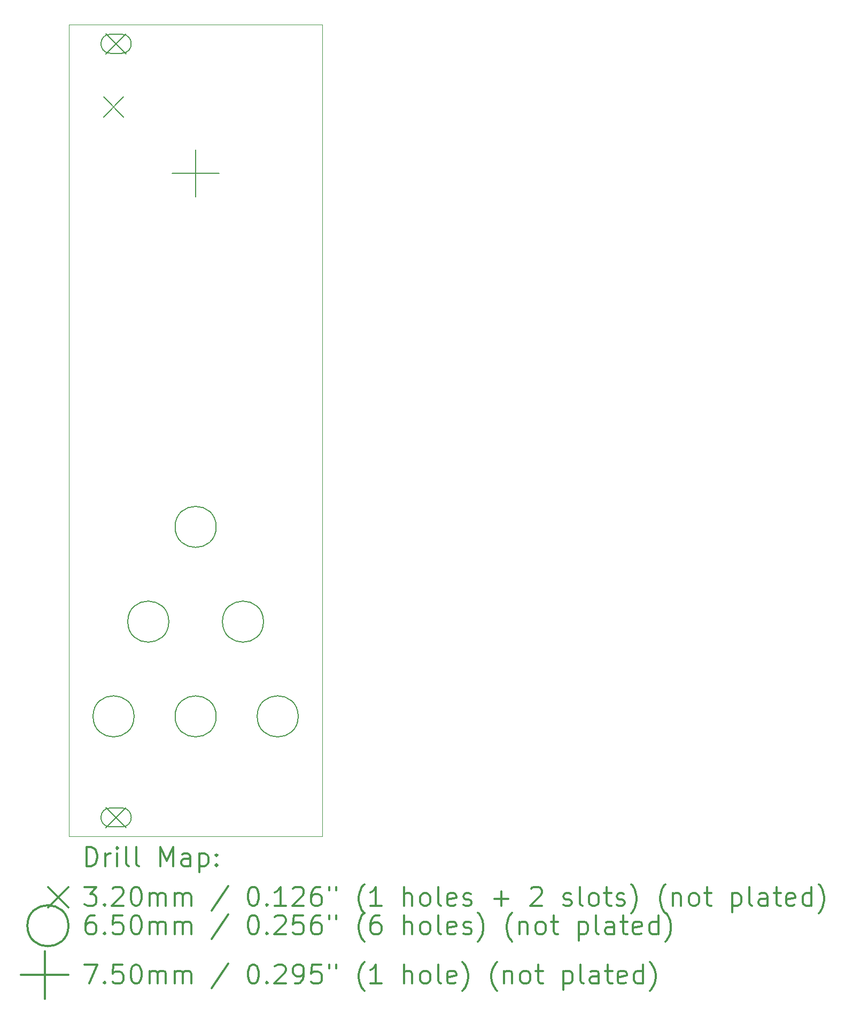
<source format=gbr>
%FSLAX45Y45*%
G04 Gerber Fmt 4.5, Leading zero omitted, Abs format (unit mm)*
G04 Created by KiCad (PCBNEW (5.0.0-rc2)) date Wed Jul  8 18:56:37 2020*
%MOMM*%
%LPD*%
G01*
G04 APERTURE LIST*
%ADD10C,0.100000*%
%ADD11C,0.200000*%
%ADD12C,0.300000*%
G04 APERTURE END LIST*
D10*
X0Y0D02*
X0Y0D01*
X0Y12850000D02*
X0Y0D01*
X4020000Y12850000D02*
X0Y12850000D01*
X4020000Y0D02*
X4020000Y12850000D01*
X0Y0D02*
X4020000Y0D01*
D11*
X550000Y11710000D02*
X870000Y11390000D01*
X870000Y11710000D02*
X550000Y11390000D01*
X590000Y12710000D02*
X910000Y12390000D01*
X910000Y12710000D02*
X590000Y12390000D01*
X660000Y12400000D02*
X840000Y12400000D01*
X660000Y12700000D02*
X840000Y12700000D01*
X840000Y12400000D02*
G75*
G03X840000Y12700000I0J150000D01*
G01*
X660000Y12700000D02*
G75*
G03X660000Y12400000I0J-150000D01*
G01*
X590000Y460000D02*
X910000Y140000D01*
X910000Y460000D02*
X590000Y140000D01*
X660000Y150000D02*
X840000Y150000D01*
X660000Y450000D02*
X840000Y450000D01*
X840000Y150000D02*
G75*
G03X840000Y450000I0J150000D01*
G01*
X660000Y450000D02*
G75*
G03X660000Y150000I0J-150000D01*
G01*
X1585000Y3400000D02*
G75*
G03X1585000Y3400000I-325000J0D01*
G01*
X2335000Y4900000D02*
G75*
G03X2335000Y4900000I-325000J0D01*
G01*
X3635000Y1900000D02*
G75*
G03X3635000Y1900000I-325000J0D01*
G01*
X3085000Y3400000D02*
G75*
G03X3085000Y3400000I-325000J0D01*
G01*
X2335000Y1900000D02*
G75*
G03X2335000Y1900000I-325000J0D01*
G01*
X1035000Y1900000D02*
G75*
G03X1035000Y1900000I-325000J0D01*
G01*
X2010000Y10875000D02*
X2010000Y10125000D01*
X1635000Y10500000D02*
X2385000Y10500000D01*
D12*
X281428Y-470714D02*
X281428Y-170714D01*
X352857Y-170714D01*
X395714Y-185000D01*
X424286Y-213571D01*
X438571Y-242143D01*
X452857Y-299286D01*
X452857Y-342143D01*
X438571Y-399286D01*
X424286Y-427857D01*
X395714Y-456429D01*
X352857Y-470714D01*
X281428Y-470714D01*
X581428Y-470714D02*
X581428Y-270714D01*
X581428Y-327857D02*
X595714Y-299286D01*
X610000Y-285000D01*
X638571Y-270714D01*
X667143Y-270714D01*
X767143Y-470714D02*
X767143Y-270714D01*
X767143Y-170714D02*
X752857Y-185000D01*
X767143Y-199286D01*
X781428Y-185000D01*
X767143Y-170714D01*
X767143Y-199286D01*
X952857Y-470714D02*
X924286Y-456429D01*
X910000Y-427857D01*
X910000Y-170714D01*
X1110000Y-470714D02*
X1081428Y-456429D01*
X1067143Y-427857D01*
X1067143Y-170714D01*
X1452857Y-470714D02*
X1452857Y-170714D01*
X1552857Y-385000D01*
X1652857Y-170714D01*
X1652857Y-470714D01*
X1924286Y-470714D02*
X1924286Y-313572D01*
X1910000Y-285000D01*
X1881428Y-270714D01*
X1824286Y-270714D01*
X1795714Y-285000D01*
X1924286Y-456429D02*
X1895714Y-470714D01*
X1824286Y-470714D01*
X1795714Y-456429D01*
X1781428Y-427857D01*
X1781428Y-399286D01*
X1795714Y-370714D01*
X1824286Y-356429D01*
X1895714Y-356429D01*
X1924286Y-342143D01*
X2067143Y-270714D02*
X2067143Y-570714D01*
X2067143Y-285000D02*
X2095714Y-270714D01*
X2152857Y-270714D01*
X2181428Y-285000D01*
X2195714Y-299286D01*
X2210000Y-327857D01*
X2210000Y-413571D01*
X2195714Y-442143D01*
X2181428Y-456429D01*
X2152857Y-470714D01*
X2095714Y-470714D01*
X2067143Y-456429D01*
X2338571Y-442143D02*
X2352857Y-456429D01*
X2338571Y-470714D01*
X2324286Y-456429D01*
X2338571Y-442143D01*
X2338571Y-470714D01*
X2338571Y-285000D02*
X2352857Y-299286D01*
X2338571Y-313572D01*
X2324286Y-299286D01*
X2338571Y-285000D01*
X2338571Y-313572D01*
X-325000Y-805000D02*
X-5000Y-1125000D01*
X-5000Y-805000D02*
X-325000Y-1125000D01*
X252857Y-800714D02*
X438571Y-800714D01*
X338571Y-915000D01*
X381428Y-915000D01*
X410000Y-929286D01*
X424286Y-943571D01*
X438571Y-972143D01*
X438571Y-1043571D01*
X424286Y-1072143D01*
X410000Y-1086429D01*
X381428Y-1100714D01*
X295714Y-1100714D01*
X267143Y-1086429D01*
X252857Y-1072143D01*
X567143Y-1072143D02*
X581428Y-1086429D01*
X567143Y-1100714D01*
X552857Y-1086429D01*
X567143Y-1072143D01*
X567143Y-1100714D01*
X695714Y-829286D02*
X710000Y-815000D01*
X738571Y-800714D01*
X810000Y-800714D01*
X838571Y-815000D01*
X852857Y-829286D01*
X867143Y-857857D01*
X867143Y-886429D01*
X852857Y-929286D01*
X681428Y-1100714D01*
X867143Y-1100714D01*
X1052857Y-800714D02*
X1081428Y-800714D01*
X1110000Y-815000D01*
X1124286Y-829286D01*
X1138571Y-857857D01*
X1152857Y-915000D01*
X1152857Y-986429D01*
X1138571Y-1043571D01*
X1124286Y-1072143D01*
X1110000Y-1086429D01*
X1081428Y-1100714D01*
X1052857Y-1100714D01*
X1024286Y-1086429D01*
X1010000Y-1072143D01*
X995714Y-1043571D01*
X981428Y-986429D01*
X981428Y-915000D01*
X995714Y-857857D01*
X1010000Y-829286D01*
X1024286Y-815000D01*
X1052857Y-800714D01*
X1281428Y-1100714D02*
X1281428Y-900714D01*
X1281428Y-929286D02*
X1295714Y-915000D01*
X1324286Y-900714D01*
X1367143Y-900714D01*
X1395714Y-915000D01*
X1410000Y-943571D01*
X1410000Y-1100714D01*
X1410000Y-943571D02*
X1424286Y-915000D01*
X1452857Y-900714D01*
X1495714Y-900714D01*
X1524286Y-915000D01*
X1538571Y-943571D01*
X1538571Y-1100714D01*
X1681428Y-1100714D02*
X1681428Y-900714D01*
X1681428Y-929286D02*
X1695714Y-915000D01*
X1724286Y-900714D01*
X1767143Y-900714D01*
X1795714Y-915000D01*
X1810000Y-943571D01*
X1810000Y-1100714D01*
X1810000Y-943571D02*
X1824286Y-915000D01*
X1852857Y-900714D01*
X1895714Y-900714D01*
X1924286Y-915000D01*
X1938571Y-943571D01*
X1938571Y-1100714D01*
X2524286Y-786429D02*
X2267143Y-1172143D01*
X2910000Y-800714D02*
X2938571Y-800714D01*
X2967143Y-815000D01*
X2981428Y-829286D01*
X2995714Y-857857D01*
X3010000Y-915000D01*
X3010000Y-986429D01*
X2995714Y-1043571D01*
X2981428Y-1072143D01*
X2967143Y-1086429D01*
X2938571Y-1100714D01*
X2910000Y-1100714D01*
X2881428Y-1086429D01*
X2867143Y-1072143D01*
X2852857Y-1043571D01*
X2838571Y-986429D01*
X2838571Y-915000D01*
X2852857Y-857857D01*
X2867143Y-829286D01*
X2881428Y-815000D01*
X2910000Y-800714D01*
X3138571Y-1072143D02*
X3152857Y-1086429D01*
X3138571Y-1100714D01*
X3124286Y-1086429D01*
X3138571Y-1072143D01*
X3138571Y-1100714D01*
X3438571Y-1100714D02*
X3267143Y-1100714D01*
X3352857Y-1100714D02*
X3352857Y-800714D01*
X3324286Y-843571D01*
X3295714Y-872143D01*
X3267143Y-886429D01*
X3552857Y-829286D02*
X3567143Y-815000D01*
X3595714Y-800714D01*
X3667143Y-800714D01*
X3695714Y-815000D01*
X3710000Y-829286D01*
X3724286Y-857857D01*
X3724286Y-886429D01*
X3710000Y-929286D01*
X3538571Y-1100714D01*
X3724286Y-1100714D01*
X3981428Y-800714D02*
X3924286Y-800714D01*
X3895714Y-815000D01*
X3881428Y-829286D01*
X3852857Y-872143D01*
X3838571Y-929286D01*
X3838571Y-1043571D01*
X3852857Y-1072143D01*
X3867143Y-1086429D01*
X3895714Y-1100714D01*
X3952857Y-1100714D01*
X3981428Y-1086429D01*
X3995714Y-1072143D01*
X4010000Y-1043571D01*
X4010000Y-972143D01*
X3995714Y-943571D01*
X3981428Y-929286D01*
X3952857Y-915000D01*
X3895714Y-915000D01*
X3867143Y-929286D01*
X3852857Y-943571D01*
X3838571Y-972143D01*
X4124286Y-800714D02*
X4124286Y-857857D01*
X4238571Y-800714D02*
X4238571Y-857857D01*
X4681428Y-1215000D02*
X4667143Y-1200714D01*
X4638571Y-1157857D01*
X4624286Y-1129286D01*
X4610000Y-1086429D01*
X4595714Y-1015000D01*
X4595714Y-957857D01*
X4610000Y-886429D01*
X4624286Y-843571D01*
X4638571Y-815000D01*
X4667143Y-772143D01*
X4681428Y-757857D01*
X4952857Y-1100714D02*
X4781428Y-1100714D01*
X4867143Y-1100714D02*
X4867143Y-800714D01*
X4838571Y-843571D01*
X4810000Y-872143D01*
X4781428Y-886429D01*
X5310000Y-1100714D02*
X5310000Y-800714D01*
X5438571Y-1100714D02*
X5438571Y-943571D01*
X5424286Y-915000D01*
X5395714Y-900714D01*
X5352857Y-900714D01*
X5324286Y-915000D01*
X5310000Y-929286D01*
X5624286Y-1100714D02*
X5595714Y-1086429D01*
X5581428Y-1072143D01*
X5567143Y-1043571D01*
X5567143Y-957857D01*
X5581428Y-929286D01*
X5595714Y-915000D01*
X5624286Y-900714D01*
X5667143Y-900714D01*
X5695714Y-915000D01*
X5710000Y-929286D01*
X5724286Y-957857D01*
X5724286Y-1043571D01*
X5710000Y-1072143D01*
X5695714Y-1086429D01*
X5667143Y-1100714D01*
X5624286Y-1100714D01*
X5895714Y-1100714D02*
X5867143Y-1086429D01*
X5852857Y-1057857D01*
X5852857Y-800714D01*
X6124286Y-1086429D02*
X6095714Y-1100714D01*
X6038571Y-1100714D01*
X6010000Y-1086429D01*
X5995714Y-1057857D01*
X5995714Y-943571D01*
X6010000Y-915000D01*
X6038571Y-900714D01*
X6095714Y-900714D01*
X6124286Y-915000D01*
X6138571Y-943571D01*
X6138571Y-972143D01*
X5995714Y-1000714D01*
X6252857Y-1086429D02*
X6281428Y-1100714D01*
X6338571Y-1100714D01*
X6367143Y-1086429D01*
X6381428Y-1057857D01*
X6381428Y-1043571D01*
X6367143Y-1015000D01*
X6338571Y-1000714D01*
X6295714Y-1000714D01*
X6267143Y-986429D01*
X6252857Y-957857D01*
X6252857Y-943571D01*
X6267143Y-915000D01*
X6295714Y-900714D01*
X6338571Y-900714D01*
X6367143Y-915000D01*
X6738571Y-986429D02*
X6967143Y-986429D01*
X6852857Y-1100714D02*
X6852857Y-872143D01*
X7324286Y-829286D02*
X7338571Y-815000D01*
X7367143Y-800714D01*
X7438571Y-800714D01*
X7467143Y-815000D01*
X7481428Y-829286D01*
X7495714Y-857857D01*
X7495714Y-886429D01*
X7481428Y-929286D01*
X7310000Y-1100714D01*
X7495714Y-1100714D01*
X7838571Y-1086429D02*
X7867143Y-1100714D01*
X7924286Y-1100714D01*
X7952857Y-1086429D01*
X7967143Y-1057857D01*
X7967143Y-1043571D01*
X7952857Y-1015000D01*
X7924286Y-1000714D01*
X7881428Y-1000714D01*
X7852857Y-986429D01*
X7838571Y-957857D01*
X7838571Y-943571D01*
X7852857Y-915000D01*
X7881428Y-900714D01*
X7924286Y-900714D01*
X7952857Y-915000D01*
X8138571Y-1100714D02*
X8110000Y-1086429D01*
X8095714Y-1057857D01*
X8095714Y-800714D01*
X8295714Y-1100714D02*
X8267143Y-1086429D01*
X8252857Y-1072143D01*
X8238571Y-1043571D01*
X8238571Y-957857D01*
X8252857Y-929286D01*
X8267143Y-915000D01*
X8295714Y-900714D01*
X8338571Y-900714D01*
X8367143Y-915000D01*
X8381428Y-929286D01*
X8395714Y-957857D01*
X8395714Y-1043571D01*
X8381428Y-1072143D01*
X8367143Y-1086429D01*
X8338571Y-1100714D01*
X8295714Y-1100714D01*
X8481428Y-900714D02*
X8595714Y-900714D01*
X8524286Y-800714D02*
X8524286Y-1057857D01*
X8538571Y-1086429D01*
X8567143Y-1100714D01*
X8595714Y-1100714D01*
X8681428Y-1086429D02*
X8710000Y-1100714D01*
X8767143Y-1100714D01*
X8795714Y-1086429D01*
X8810000Y-1057857D01*
X8810000Y-1043571D01*
X8795714Y-1015000D01*
X8767143Y-1000714D01*
X8724286Y-1000714D01*
X8695714Y-986429D01*
X8681428Y-957857D01*
X8681428Y-943571D01*
X8695714Y-915000D01*
X8724286Y-900714D01*
X8767143Y-900714D01*
X8795714Y-915000D01*
X8910000Y-1215000D02*
X8924286Y-1200714D01*
X8952857Y-1157857D01*
X8967143Y-1129286D01*
X8981428Y-1086429D01*
X8995714Y-1015000D01*
X8995714Y-957857D01*
X8981428Y-886429D01*
X8967143Y-843571D01*
X8952857Y-815000D01*
X8924286Y-772143D01*
X8910000Y-757857D01*
X9452857Y-1215000D02*
X9438571Y-1200714D01*
X9410000Y-1157857D01*
X9395714Y-1129286D01*
X9381428Y-1086429D01*
X9367143Y-1015000D01*
X9367143Y-957857D01*
X9381428Y-886429D01*
X9395714Y-843571D01*
X9410000Y-815000D01*
X9438571Y-772143D01*
X9452857Y-757857D01*
X9567143Y-900714D02*
X9567143Y-1100714D01*
X9567143Y-929286D02*
X9581428Y-915000D01*
X9610000Y-900714D01*
X9652857Y-900714D01*
X9681428Y-915000D01*
X9695714Y-943571D01*
X9695714Y-1100714D01*
X9881428Y-1100714D02*
X9852857Y-1086429D01*
X9838571Y-1072143D01*
X9824286Y-1043571D01*
X9824286Y-957857D01*
X9838571Y-929286D01*
X9852857Y-915000D01*
X9881428Y-900714D01*
X9924286Y-900714D01*
X9952857Y-915000D01*
X9967143Y-929286D01*
X9981428Y-957857D01*
X9981428Y-1043571D01*
X9967143Y-1072143D01*
X9952857Y-1086429D01*
X9924286Y-1100714D01*
X9881428Y-1100714D01*
X10067143Y-900714D02*
X10181428Y-900714D01*
X10110000Y-800714D02*
X10110000Y-1057857D01*
X10124286Y-1086429D01*
X10152857Y-1100714D01*
X10181428Y-1100714D01*
X10510000Y-900714D02*
X10510000Y-1200714D01*
X10510000Y-915000D02*
X10538571Y-900714D01*
X10595714Y-900714D01*
X10624286Y-915000D01*
X10638571Y-929286D01*
X10652857Y-957857D01*
X10652857Y-1043571D01*
X10638571Y-1072143D01*
X10624286Y-1086429D01*
X10595714Y-1100714D01*
X10538571Y-1100714D01*
X10510000Y-1086429D01*
X10824286Y-1100714D02*
X10795714Y-1086429D01*
X10781428Y-1057857D01*
X10781428Y-800714D01*
X11067143Y-1100714D02*
X11067143Y-943571D01*
X11052857Y-915000D01*
X11024286Y-900714D01*
X10967143Y-900714D01*
X10938571Y-915000D01*
X11067143Y-1086429D02*
X11038571Y-1100714D01*
X10967143Y-1100714D01*
X10938571Y-1086429D01*
X10924286Y-1057857D01*
X10924286Y-1029286D01*
X10938571Y-1000714D01*
X10967143Y-986429D01*
X11038571Y-986429D01*
X11067143Y-972143D01*
X11167143Y-900714D02*
X11281428Y-900714D01*
X11210000Y-800714D02*
X11210000Y-1057857D01*
X11224286Y-1086429D01*
X11252857Y-1100714D01*
X11281428Y-1100714D01*
X11495714Y-1086429D02*
X11467143Y-1100714D01*
X11410000Y-1100714D01*
X11381428Y-1086429D01*
X11367143Y-1057857D01*
X11367143Y-943571D01*
X11381428Y-915000D01*
X11410000Y-900714D01*
X11467143Y-900714D01*
X11495714Y-915000D01*
X11510000Y-943571D01*
X11510000Y-972143D01*
X11367143Y-1000714D01*
X11767143Y-1100714D02*
X11767143Y-800714D01*
X11767143Y-1086429D02*
X11738571Y-1100714D01*
X11681428Y-1100714D01*
X11652857Y-1086429D01*
X11638571Y-1072143D01*
X11624286Y-1043571D01*
X11624286Y-957857D01*
X11638571Y-929286D01*
X11652857Y-915000D01*
X11681428Y-900714D01*
X11738571Y-900714D01*
X11767143Y-915000D01*
X11881428Y-1215000D02*
X11895714Y-1200714D01*
X11924286Y-1157857D01*
X11938571Y-1129286D01*
X11952857Y-1086429D01*
X11967143Y-1015000D01*
X11967143Y-957857D01*
X11952857Y-886429D01*
X11938571Y-843571D01*
X11924286Y-815000D01*
X11895714Y-772143D01*
X11881428Y-757857D01*
X-5000Y-1415000D02*
G75*
G03X-5000Y-1415000I-325000J0D01*
G01*
X410000Y-1250714D02*
X352857Y-1250714D01*
X324286Y-1265000D01*
X310000Y-1279286D01*
X281428Y-1322143D01*
X267143Y-1379286D01*
X267143Y-1493571D01*
X281428Y-1522143D01*
X295714Y-1536429D01*
X324286Y-1550714D01*
X381428Y-1550714D01*
X410000Y-1536429D01*
X424286Y-1522143D01*
X438571Y-1493571D01*
X438571Y-1422143D01*
X424286Y-1393572D01*
X410000Y-1379286D01*
X381428Y-1365000D01*
X324286Y-1365000D01*
X295714Y-1379286D01*
X281428Y-1393572D01*
X267143Y-1422143D01*
X567143Y-1522143D02*
X581428Y-1536429D01*
X567143Y-1550714D01*
X552857Y-1536429D01*
X567143Y-1522143D01*
X567143Y-1550714D01*
X852857Y-1250714D02*
X710000Y-1250714D01*
X695714Y-1393572D01*
X710000Y-1379286D01*
X738571Y-1365000D01*
X810000Y-1365000D01*
X838571Y-1379286D01*
X852857Y-1393572D01*
X867143Y-1422143D01*
X867143Y-1493571D01*
X852857Y-1522143D01*
X838571Y-1536429D01*
X810000Y-1550714D01*
X738571Y-1550714D01*
X710000Y-1536429D01*
X695714Y-1522143D01*
X1052857Y-1250714D02*
X1081428Y-1250714D01*
X1110000Y-1265000D01*
X1124286Y-1279286D01*
X1138571Y-1307857D01*
X1152857Y-1365000D01*
X1152857Y-1436429D01*
X1138571Y-1493571D01*
X1124286Y-1522143D01*
X1110000Y-1536429D01*
X1081428Y-1550714D01*
X1052857Y-1550714D01*
X1024286Y-1536429D01*
X1010000Y-1522143D01*
X995714Y-1493571D01*
X981428Y-1436429D01*
X981428Y-1365000D01*
X995714Y-1307857D01*
X1010000Y-1279286D01*
X1024286Y-1265000D01*
X1052857Y-1250714D01*
X1281428Y-1550714D02*
X1281428Y-1350714D01*
X1281428Y-1379286D02*
X1295714Y-1365000D01*
X1324286Y-1350714D01*
X1367143Y-1350714D01*
X1395714Y-1365000D01*
X1410000Y-1393572D01*
X1410000Y-1550714D01*
X1410000Y-1393572D02*
X1424286Y-1365000D01*
X1452857Y-1350714D01*
X1495714Y-1350714D01*
X1524286Y-1365000D01*
X1538571Y-1393572D01*
X1538571Y-1550714D01*
X1681428Y-1550714D02*
X1681428Y-1350714D01*
X1681428Y-1379286D02*
X1695714Y-1365000D01*
X1724286Y-1350714D01*
X1767143Y-1350714D01*
X1795714Y-1365000D01*
X1810000Y-1393572D01*
X1810000Y-1550714D01*
X1810000Y-1393572D02*
X1824286Y-1365000D01*
X1852857Y-1350714D01*
X1895714Y-1350714D01*
X1924286Y-1365000D01*
X1938571Y-1393572D01*
X1938571Y-1550714D01*
X2524286Y-1236429D02*
X2267143Y-1622143D01*
X2910000Y-1250714D02*
X2938571Y-1250714D01*
X2967143Y-1265000D01*
X2981428Y-1279286D01*
X2995714Y-1307857D01*
X3010000Y-1365000D01*
X3010000Y-1436429D01*
X2995714Y-1493571D01*
X2981428Y-1522143D01*
X2967143Y-1536429D01*
X2938571Y-1550714D01*
X2910000Y-1550714D01*
X2881428Y-1536429D01*
X2867143Y-1522143D01*
X2852857Y-1493571D01*
X2838571Y-1436429D01*
X2838571Y-1365000D01*
X2852857Y-1307857D01*
X2867143Y-1279286D01*
X2881428Y-1265000D01*
X2910000Y-1250714D01*
X3138571Y-1522143D02*
X3152857Y-1536429D01*
X3138571Y-1550714D01*
X3124286Y-1536429D01*
X3138571Y-1522143D01*
X3138571Y-1550714D01*
X3267143Y-1279286D02*
X3281428Y-1265000D01*
X3310000Y-1250714D01*
X3381428Y-1250714D01*
X3410000Y-1265000D01*
X3424286Y-1279286D01*
X3438571Y-1307857D01*
X3438571Y-1336429D01*
X3424286Y-1379286D01*
X3252857Y-1550714D01*
X3438571Y-1550714D01*
X3710000Y-1250714D02*
X3567143Y-1250714D01*
X3552857Y-1393572D01*
X3567143Y-1379286D01*
X3595714Y-1365000D01*
X3667143Y-1365000D01*
X3695714Y-1379286D01*
X3710000Y-1393572D01*
X3724286Y-1422143D01*
X3724286Y-1493571D01*
X3710000Y-1522143D01*
X3695714Y-1536429D01*
X3667143Y-1550714D01*
X3595714Y-1550714D01*
X3567143Y-1536429D01*
X3552857Y-1522143D01*
X3981428Y-1250714D02*
X3924286Y-1250714D01*
X3895714Y-1265000D01*
X3881428Y-1279286D01*
X3852857Y-1322143D01*
X3838571Y-1379286D01*
X3838571Y-1493571D01*
X3852857Y-1522143D01*
X3867143Y-1536429D01*
X3895714Y-1550714D01*
X3952857Y-1550714D01*
X3981428Y-1536429D01*
X3995714Y-1522143D01*
X4010000Y-1493571D01*
X4010000Y-1422143D01*
X3995714Y-1393572D01*
X3981428Y-1379286D01*
X3952857Y-1365000D01*
X3895714Y-1365000D01*
X3867143Y-1379286D01*
X3852857Y-1393572D01*
X3838571Y-1422143D01*
X4124286Y-1250714D02*
X4124286Y-1307857D01*
X4238571Y-1250714D02*
X4238571Y-1307857D01*
X4681428Y-1665000D02*
X4667143Y-1650714D01*
X4638571Y-1607857D01*
X4624286Y-1579286D01*
X4610000Y-1536429D01*
X4595714Y-1465000D01*
X4595714Y-1407857D01*
X4610000Y-1336429D01*
X4624286Y-1293572D01*
X4638571Y-1265000D01*
X4667143Y-1222143D01*
X4681428Y-1207857D01*
X4924286Y-1250714D02*
X4867143Y-1250714D01*
X4838571Y-1265000D01*
X4824286Y-1279286D01*
X4795714Y-1322143D01*
X4781428Y-1379286D01*
X4781428Y-1493571D01*
X4795714Y-1522143D01*
X4810000Y-1536429D01*
X4838571Y-1550714D01*
X4895714Y-1550714D01*
X4924286Y-1536429D01*
X4938571Y-1522143D01*
X4952857Y-1493571D01*
X4952857Y-1422143D01*
X4938571Y-1393572D01*
X4924286Y-1379286D01*
X4895714Y-1365000D01*
X4838571Y-1365000D01*
X4810000Y-1379286D01*
X4795714Y-1393572D01*
X4781428Y-1422143D01*
X5310000Y-1550714D02*
X5310000Y-1250714D01*
X5438571Y-1550714D02*
X5438571Y-1393572D01*
X5424286Y-1365000D01*
X5395714Y-1350714D01*
X5352857Y-1350714D01*
X5324286Y-1365000D01*
X5310000Y-1379286D01*
X5624286Y-1550714D02*
X5595714Y-1536429D01*
X5581428Y-1522143D01*
X5567143Y-1493571D01*
X5567143Y-1407857D01*
X5581428Y-1379286D01*
X5595714Y-1365000D01*
X5624286Y-1350714D01*
X5667143Y-1350714D01*
X5695714Y-1365000D01*
X5710000Y-1379286D01*
X5724286Y-1407857D01*
X5724286Y-1493571D01*
X5710000Y-1522143D01*
X5695714Y-1536429D01*
X5667143Y-1550714D01*
X5624286Y-1550714D01*
X5895714Y-1550714D02*
X5867143Y-1536429D01*
X5852857Y-1507857D01*
X5852857Y-1250714D01*
X6124286Y-1536429D02*
X6095714Y-1550714D01*
X6038571Y-1550714D01*
X6010000Y-1536429D01*
X5995714Y-1507857D01*
X5995714Y-1393572D01*
X6010000Y-1365000D01*
X6038571Y-1350714D01*
X6095714Y-1350714D01*
X6124286Y-1365000D01*
X6138571Y-1393572D01*
X6138571Y-1422143D01*
X5995714Y-1450714D01*
X6252857Y-1536429D02*
X6281428Y-1550714D01*
X6338571Y-1550714D01*
X6367143Y-1536429D01*
X6381428Y-1507857D01*
X6381428Y-1493571D01*
X6367143Y-1465000D01*
X6338571Y-1450714D01*
X6295714Y-1450714D01*
X6267143Y-1436429D01*
X6252857Y-1407857D01*
X6252857Y-1393572D01*
X6267143Y-1365000D01*
X6295714Y-1350714D01*
X6338571Y-1350714D01*
X6367143Y-1365000D01*
X6481428Y-1665000D02*
X6495714Y-1650714D01*
X6524286Y-1607857D01*
X6538571Y-1579286D01*
X6552857Y-1536429D01*
X6567143Y-1465000D01*
X6567143Y-1407857D01*
X6552857Y-1336429D01*
X6538571Y-1293572D01*
X6524286Y-1265000D01*
X6495714Y-1222143D01*
X6481428Y-1207857D01*
X7024286Y-1665000D02*
X7010000Y-1650714D01*
X6981428Y-1607857D01*
X6967143Y-1579286D01*
X6952857Y-1536429D01*
X6938571Y-1465000D01*
X6938571Y-1407857D01*
X6952857Y-1336429D01*
X6967143Y-1293572D01*
X6981428Y-1265000D01*
X7010000Y-1222143D01*
X7024286Y-1207857D01*
X7138571Y-1350714D02*
X7138571Y-1550714D01*
X7138571Y-1379286D02*
X7152857Y-1365000D01*
X7181428Y-1350714D01*
X7224286Y-1350714D01*
X7252857Y-1365000D01*
X7267143Y-1393572D01*
X7267143Y-1550714D01*
X7452857Y-1550714D02*
X7424286Y-1536429D01*
X7410000Y-1522143D01*
X7395714Y-1493571D01*
X7395714Y-1407857D01*
X7410000Y-1379286D01*
X7424286Y-1365000D01*
X7452857Y-1350714D01*
X7495714Y-1350714D01*
X7524286Y-1365000D01*
X7538571Y-1379286D01*
X7552857Y-1407857D01*
X7552857Y-1493571D01*
X7538571Y-1522143D01*
X7524286Y-1536429D01*
X7495714Y-1550714D01*
X7452857Y-1550714D01*
X7638571Y-1350714D02*
X7752857Y-1350714D01*
X7681428Y-1250714D02*
X7681428Y-1507857D01*
X7695714Y-1536429D01*
X7724286Y-1550714D01*
X7752857Y-1550714D01*
X8081428Y-1350714D02*
X8081428Y-1650714D01*
X8081428Y-1365000D02*
X8110000Y-1350714D01*
X8167143Y-1350714D01*
X8195714Y-1365000D01*
X8210000Y-1379286D01*
X8224286Y-1407857D01*
X8224286Y-1493571D01*
X8210000Y-1522143D01*
X8195714Y-1536429D01*
X8167143Y-1550714D01*
X8110000Y-1550714D01*
X8081428Y-1536429D01*
X8395714Y-1550714D02*
X8367143Y-1536429D01*
X8352857Y-1507857D01*
X8352857Y-1250714D01*
X8638571Y-1550714D02*
X8638571Y-1393572D01*
X8624286Y-1365000D01*
X8595714Y-1350714D01*
X8538571Y-1350714D01*
X8510000Y-1365000D01*
X8638571Y-1536429D02*
X8610000Y-1550714D01*
X8538571Y-1550714D01*
X8510000Y-1536429D01*
X8495714Y-1507857D01*
X8495714Y-1479286D01*
X8510000Y-1450714D01*
X8538571Y-1436429D01*
X8610000Y-1436429D01*
X8638571Y-1422143D01*
X8738571Y-1350714D02*
X8852857Y-1350714D01*
X8781428Y-1250714D02*
X8781428Y-1507857D01*
X8795714Y-1536429D01*
X8824286Y-1550714D01*
X8852857Y-1550714D01*
X9067143Y-1536429D02*
X9038571Y-1550714D01*
X8981428Y-1550714D01*
X8952857Y-1536429D01*
X8938571Y-1507857D01*
X8938571Y-1393572D01*
X8952857Y-1365000D01*
X8981428Y-1350714D01*
X9038571Y-1350714D01*
X9067143Y-1365000D01*
X9081428Y-1393572D01*
X9081428Y-1422143D01*
X8938571Y-1450714D01*
X9338571Y-1550714D02*
X9338571Y-1250714D01*
X9338571Y-1536429D02*
X9310000Y-1550714D01*
X9252857Y-1550714D01*
X9224286Y-1536429D01*
X9210000Y-1522143D01*
X9195714Y-1493571D01*
X9195714Y-1407857D01*
X9210000Y-1379286D01*
X9224286Y-1365000D01*
X9252857Y-1350714D01*
X9310000Y-1350714D01*
X9338571Y-1365000D01*
X9452857Y-1665000D02*
X9467143Y-1650714D01*
X9495714Y-1607857D01*
X9510000Y-1579286D01*
X9524286Y-1536429D01*
X9538571Y-1465000D01*
X9538571Y-1407857D01*
X9524286Y-1336429D01*
X9510000Y-1293572D01*
X9495714Y-1265000D01*
X9467143Y-1222143D01*
X9452857Y-1207857D01*
X-380000Y-1820000D02*
X-380000Y-2570000D01*
X-755000Y-2195000D02*
X-5000Y-2195000D01*
X252857Y-2030714D02*
X452857Y-2030714D01*
X324286Y-2330714D01*
X567143Y-2302143D02*
X581428Y-2316429D01*
X567143Y-2330714D01*
X552857Y-2316429D01*
X567143Y-2302143D01*
X567143Y-2330714D01*
X852857Y-2030714D02*
X710000Y-2030714D01*
X695714Y-2173572D01*
X710000Y-2159286D01*
X738571Y-2145000D01*
X810000Y-2145000D01*
X838571Y-2159286D01*
X852857Y-2173572D01*
X867143Y-2202143D01*
X867143Y-2273572D01*
X852857Y-2302143D01*
X838571Y-2316429D01*
X810000Y-2330714D01*
X738571Y-2330714D01*
X710000Y-2316429D01*
X695714Y-2302143D01*
X1052857Y-2030714D02*
X1081428Y-2030714D01*
X1110000Y-2045000D01*
X1124286Y-2059286D01*
X1138571Y-2087857D01*
X1152857Y-2145000D01*
X1152857Y-2216429D01*
X1138571Y-2273572D01*
X1124286Y-2302143D01*
X1110000Y-2316429D01*
X1081428Y-2330714D01*
X1052857Y-2330714D01*
X1024286Y-2316429D01*
X1010000Y-2302143D01*
X995714Y-2273572D01*
X981428Y-2216429D01*
X981428Y-2145000D01*
X995714Y-2087857D01*
X1010000Y-2059286D01*
X1024286Y-2045000D01*
X1052857Y-2030714D01*
X1281428Y-2330714D02*
X1281428Y-2130714D01*
X1281428Y-2159286D02*
X1295714Y-2145000D01*
X1324286Y-2130714D01*
X1367143Y-2130714D01*
X1395714Y-2145000D01*
X1410000Y-2173572D01*
X1410000Y-2330714D01*
X1410000Y-2173572D02*
X1424286Y-2145000D01*
X1452857Y-2130714D01*
X1495714Y-2130714D01*
X1524286Y-2145000D01*
X1538571Y-2173572D01*
X1538571Y-2330714D01*
X1681428Y-2330714D02*
X1681428Y-2130714D01*
X1681428Y-2159286D02*
X1695714Y-2145000D01*
X1724286Y-2130714D01*
X1767143Y-2130714D01*
X1795714Y-2145000D01*
X1810000Y-2173572D01*
X1810000Y-2330714D01*
X1810000Y-2173572D02*
X1824286Y-2145000D01*
X1852857Y-2130714D01*
X1895714Y-2130714D01*
X1924286Y-2145000D01*
X1938571Y-2173572D01*
X1938571Y-2330714D01*
X2524286Y-2016429D02*
X2267143Y-2402143D01*
X2910000Y-2030714D02*
X2938571Y-2030714D01*
X2967143Y-2045000D01*
X2981428Y-2059286D01*
X2995714Y-2087857D01*
X3010000Y-2145000D01*
X3010000Y-2216429D01*
X2995714Y-2273572D01*
X2981428Y-2302143D01*
X2967143Y-2316429D01*
X2938571Y-2330714D01*
X2910000Y-2330714D01*
X2881428Y-2316429D01*
X2867143Y-2302143D01*
X2852857Y-2273572D01*
X2838571Y-2216429D01*
X2838571Y-2145000D01*
X2852857Y-2087857D01*
X2867143Y-2059286D01*
X2881428Y-2045000D01*
X2910000Y-2030714D01*
X3138571Y-2302143D02*
X3152857Y-2316429D01*
X3138571Y-2330714D01*
X3124286Y-2316429D01*
X3138571Y-2302143D01*
X3138571Y-2330714D01*
X3267143Y-2059286D02*
X3281428Y-2045000D01*
X3310000Y-2030714D01*
X3381428Y-2030714D01*
X3410000Y-2045000D01*
X3424286Y-2059286D01*
X3438571Y-2087857D01*
X3438571Y-2116429D01*
X3424286Y-2159286D01*
X3252857Y-2330714D01*
X3438571Y-2330714D01*
X3581428Y-2330714D02*
X3638571Y-2330714D01*
X3667143Y-2316429D01*
X3681428Y-2302143D01*
X3710000Y-2259286D01*
X3724286Y-2202143D01*
X3724286Y-2087857D01*
X3710000Y-2059286D01*
X3695714Y-2045000D01*
X3667143Y-2030714D01*
X3610000Y-2030714D01*
X3581428Y-2045000D01*
X3567143Y-2059286D01*
X3552857Y-2087857D01*
X3552857Y-2159286D01*
X3567143Y-2187857D01*
X3581428Y-2202143D01*
X3610000Y-2216429D01*
X3667143Y-2216429D01*
X3695714Y-2202143D01*
X3710000Y-2187857D01*
X3724286Y-2159286D01*
X3995714Y-2030714D02*
X3852857Y-2030714D01*
X3838571Y-2173572D01*
X3852857Y-2159286D01*
X3881428Y-2145000D01*
X3952857Y-2145000D01*
X3981428Y-2159286D01*
X3995714Y-2173572D01*
X4010000Y-2202143D01*
X4010000Y-2273572D01*
X3995714Y-2302143D01*
X3981428Y-2316429D01*
X3952857Y-2330714D01*
X3881428Y-2330714D01*
X3852857Y-2316429D01*
X3838571Y-2302143D01*
X4124286Y-2030714D02*
X4124286Y-2087857D01*
X4238571Y-2030714D02*
X4238571Y-2087857D01*
X4681428Y-2445000D02*
X4667143Y-2430714D01*
X4638571Y-2387857D01*
X4624286Y-2359286D01*
X4610000Y-2316429D01*
X4595714Y-2245000D01*
X4595714Y-2187857D01*
X4610000Y-2116429D01*
X4624286Y-2073571D01*
X4638571Y-2045000D01*
X4667143Y-2002143D01*
X4681428Y-1987857D01*
X4952857Y-2330714D02*
X4781428Y-2330714D01*
X4867143Y-2330714D02*
X4867143Y-2030714D01*
X4838571Y-2073571D01*
X4810000Y-2102143D01*
X4781428Y-2116429D01*
X5310000Y-2330714D02*
X5310000Y-2030714D01*
X5438571Y-2330714D02*
X5438571Y-2173572D01*
X5424286Y-2145000D01*
X5395714Y-2130714D01*
X5352857Y-2130714D01*
X5324286Y-2145000D01*
X5310000Y-2159286D01*
X5624286Y-2330714D02*
X5595714Y-2316429D01*
X5581428Y-2302143D01*
X5567143Y-2273572D01*
X5567143Y-2187857D01*
X5581428Y-2159286D01*
X5595714Y-2145000D01*
X5624286Y-2130714D01*
X5667143Y-2130714D01*
X5695714Y-2145000D01*
X5710000Y-2159286D01*
X5724286Y-2187857D01*
X5724286Y-2273572D01*
X5710000Y-2302143D01*
X5695714Y-2316429D01*
X5667143Y-2330714D01*
X5624286Y-2330714D01*
X5895714Y-2330714D02*
X5867143Y-2316429D01*
X5852857Y-2287857D01*
X5852857Y-2030714D01*
X6124286Y-2316429D02*
X6095714Y-2330714D01*
X6038571Y-2330714D01*
X6010000Y-2316429D01*
X5995714Y-2287857D01*
X5995714Y-2173572D01*
X6010000Y-2145000D01*
X6038571Y-2130714D01*
X6095714Y-2130714D01*
X6124286Y-2145000D01*
X6138571Y-2173572D01*
X6138571Y-2202143D01*
X5995714Y-2230714D01*
X6238571Y-2445000D02*
X6252857Y-2430714D01*
X6281428Y-2387857D01*
X6295714Y-2359286D01*
X6310000Y-2316429D01*
X6324286Y-2245000D01*
X6324286Y-2187857D01*
X6310000Y-2116429D01*
X6295714Y-2073571D01*
X6281428Y-2045000D01*
X6252857Y-2002143D01*
X6238571Y-1987857D01*
X6781428Y-2445000D02*
X6767143Y-2430714D01*
X6738571Y-2387857D01*
X6724286Y-2359286D01*
X6710000Y-2316429D01*
X6695714Y-2245000D01*
X6695714Y-2187857D01*
X6710000Y-2116429D01*
X6724286Y-2073571D01*
X6738571Y-2045000D01*
X6767143Y-2002143D01*
X6781428Y-1987857D01*
X6895714Y-2130714D02*
X6895714Y-2330714D01*
X6895714Y-2159286D02*
X6910000Y-2145000D01*
X6938571Y-2130714D01*
X6981428Y-2130714D01*
X7010000Y-2145000D01*
X7024286Y-2173572D01*
X7024286Y-2330714D01*
X7210000Y-2330714D02*
X7181428Y-2316429D01*
X7167143Y-2302143D01*
X7152857Y-2273572D01*
X7152857Y-2187857D01*
X7167143Y-2159286D01*
X7181428Y-2145000D01*
X7210000Y-2130714D01*
X7252857Y-2130714D01*
X7281428Y-2145000D01*
X7295714Y-2159286D01*
X7310000Y-2187857D01*
X7310000Y-2273572D01*
X7295714Y-2302143D01*
X7281428Y-2316429D01*
X7252857Y-2330714D01*
X7210000Y-2330714D01*
X7395714Y-2130714D02*
X7510000Y-2130714D01*
X7438571Y-2030714D02*
X7438571Y-2287857D01*
X7452857Y-2316429D01*
X7481428Y-2330714D01*
X7510000Y-2330714D01*
X7838571Y-2130714D02*
X7838571Y-2430714D01*
X7838571Y-2145000D02*
X7867143Y-2130714D01*
X7924286Y-2130714D01*
X7952857Y-2145000D01*
X7967143Y-2159286D01*
X7981428Y-2187857D01*
X7981428Y-2273572D01*
X7967143Y-2302143D01*
X7952857Y-2316429D01*
X7924286Y-2330714D01*
X7867143Y-2330714D01*
X7838571Y-2316429D01*
X8152857Y-2330714D02*
X8124286Y-2316429D01*
X8110000Y-2287857D01*
X8110000Y-2030714D01*
X8395714Y-2330714D02*
X8395714Y-2173572D01*
X8381428Y-2145000D01*
X8352857Y-2130714D01*
X8295714Y-2130714D01*
X8267143Y-2145000D01*
X8395714Y-2316429D02*
X8367143Y-2330714D01*
X8295714Y-2330714D01*
X8267143Y-2316429D01*
X8252857Y-2287857D01*
X8252857Y-2259286D01*
X8267143Y-2230714D01*
X8295714Y-2216429D01*
X8367143Y-2216429D01*
X8395714Y-2202143D01*
X8495714Y-2130714D02*
X8610000Y-2130714D01*
X8538571Y-2030714D02*
X8538571Y-2287857D01*
X8552857Y-2316429D01*
X8581428Y-2330714D01*
X8610000Y-2330714D01*
X8824286Y-2316429D02*
X8795714Y-2330714D01*
X8738571Y-2330714D01*
X8710000Y-2316429D01*
X8695714Y-2287857D01*
X8695714Y-2173572D01*
X8710000Y-2145000D01*
X8738571Y-2130714D01*
X8795714Y-2130714D01*
X8824286Y-2145000D01*
X8838571Y-2173572D01*
X8838571Y-2202143D01*
X8695714Y-2230714D01*
X9095714Y-2330714D02*
X9095714Y-2030714D01*
X9095714Y-2316429D02*
X9067143Y-2330714D01*
X9010000Y-2330714D01*
X8981428Y-2316429D01*
X8967143Y-2302143D01*
X8952857Y-2273572D01*
X8952857Y-2187857D01*
X8967143Y-2159286D01*
X8981428Y-2145000D01*
X9010000Y-2130714D01*
X9067143Y-2130714D01*
X9095714Y-2145000D01*
X9210000Y-2445000D02*
X9224286Y-2430714D01*
X9252857Y-2387857D01*
X9267143Y-2359286D01*
X9281428Y-2316429D01*
X9295714Y-2245000D01*
X9295714Y-2187857D01*
X9281428Y-2116429D01*
X9267143Y-2073571D01*
X9252857Y-2045000D01*
X9224286Y-2002143D01*
X9210000Y-1987857D01*
M02*

</source>
